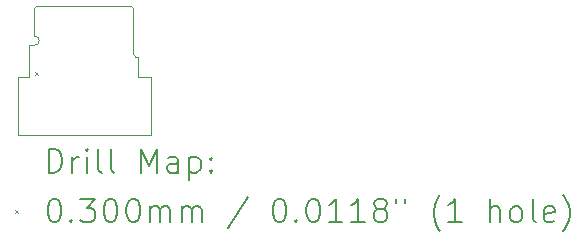
<source format=gbr>
%TF.GenerationSoftware,KiCad,Pcbnew,7.0.11*%
%TF.CreationDate,2025-03-06T21:23:06+09:00*%
%TF.ProjectId,USBC_Board,55534243-5f42-46f6-9172-642e6b696361,rev?*%
%TF.SameCoordinates,Original*%
%TF.FileFunction,Drillmap*%
%TF.FilePolarity,Positive*%
%FSLAX45Y45*%
G04 Gerber Fmt 4.5, Leading zero omitted, Abs format (unit mm)*
G04 Created by KiCad (PCBNEW 7.0.11) date 2025-03-06 21:23:06*
%MOMM*%
%LPD*%
G01*
G04 APERTURE LIST*
%ADD10C,0.050000*%
%ADD11C,0.200000*%
%ADD12C,0.100000*%
G04 APERTURE END LIST*
D10*
X17313750Y-11552500D02*
X17425000Y-11552500D01*
X17425000Y-12050000D02*
X17425000Y-11552500D01*
X16456250Y-10952500D02*
G75*
G03*
X16436250Y-10972500I0J-20000D01*
G01*
X16436250Y-11287500D02*
X16393750Y-11287500D01*
X16436250Y-10972500D02*
X16436250Y-11207500D01*
X16300000Y-11552500D02*
X16300000Y-12050000D01*
X17271250Y-11362500D02*
X17271250Y-10972500D01*
X16393750Y-11287500D02*
X16393750Y-11552500D01*
X17313750Y-11552500D02*
X17313750Y-11382500D01*
X16436250Y-11287500D02*
G75*
G03*
X16436250Y-11207500I0J40000D01*
G01*
X16300000Y-12050000D02*
X17425000Y-12050000D01*
X17271250Y-10972500D02*
G75*
G03*
X17251250Y-10952500I-20000J0D01*
G01*
X17271250Y-11362500D02*
G75*
G03*
X17291250Y-11382500I20000J0D01*
G01*
X17313750Y-11382500D02*
X17291250Y-11382500D01*
X17251250Y-10952500D02*
X16456250Y-10952500D01*
X16393750Y-11552500D02*
X16300000Y-11552500D01*
D11*
D12*
X16440000Y-11510000D02*
X16470000Y-11540000D01*
X16470000Y-11510000D02*
X16440000Y-11540000D01*
D11*
X16558277Y-12363984D02*
X16558277Y-12163984D01*
X16558277Y-12163984D02*
X16605896Y-12163984D01*
X16605896Y-12163984D02*
X16634467Y-12173508D01*
X16634467Y-12173508D02*
X16653515Y-12192555D01*
X16653515Y-12192555D02*
X16663039Y-12211603D01*
X16663039Y-12211603D02*
X16672562Y-12249698D01*
X16672562Y-12249698D02*
X16672562Y-12278269D01*
X16672562Y-12278269D02*
X16663039Y-12316365D01*
X16663039Y-12316365D02*
X16653515Y-12335412D01*
X16653515Y-12335412D02*
X16634467Y-12354460D01*
X16634467Y-12354460D02*
X16605896Y-12363984D01*
X16605896Y-12363984D02*
X16558277Y-12363984D01*
X16758277Y-12363984D02*
X16758277Y-12230650D01*
X16758277Y-12268746D02*
X16767801Y-12249698D01*
X16767801Y-12249698D02*
X16777324Y-12240174D01*
X16777324Y-12240174D02*
X16796372Y-12230650D01*
X16796372Y-12230650D02*
X16815420Y-12230650D01*
X16882086Y-12363984D02*
X16882086Y-12230650D01*
X16882086Y-12163984D02*
X16872563Y-12173508D01*
X16872563Y-12173508D02*
X16882086Y-12183031D01*
X16882086Y-12183031D02*
X16891610Y-12173508D01*
X16891610Y-12173508D02*
X16882086Y-12163984D01*
X16882086Y-12163984D02*
X16882086Y-12183031D01*
X17005896Y-12363984D02*
X16986848Y-12354460D01*
X16986848Y-12354460D02*
X16977324Y-12335412D01*
X16977324Y-12335412D02*
X16977324Y-12163984D01*
X17110658Y-12363984D02*
X17091610Y-12354460D01*
X17091610Y-12354460D02*
X17082086Y-12335412D01*
X17082086Y-12335412D02*
X17082086Y-12163984D01*
X17339229Y-12363984D02*
X17339229Y-12163984D01*
X17339229Y-12163984D02*
X17405896Y-12306841D01*
X17405896Y-12306841D02*
X17472563Y-12163984D01*
X17472563Y-12163984D02*
X17472563Y-12363984D01*
X17653515Y-12363984D02*
X17653515Y-12259222D01*
X17653515Y-12259222D02*
X17643991Y-12240174D01*
X17643991Y-12240174D02*
X17624944Y-12230650D01*
X17624944Y-12230650D02*
X17586848Y-12230650D01*
X17586848Y-12230650D02*
X17567801Y-12240174D01*
X17653515Y-12354460D02*
X17634467Y-12363984D01*
X17634467Y-12363984D02*
X17586848Y-12363984D01*
X17586848Y-12363984D02*
X17567801Y-12354460D01*
X17567801Y-12354460D02*
X17558277Y-12335412D01*
X17558277Y-12335412D02*
X17558277Y-12316365D01*
X17558277Y-12316365D02*
X17567801Y-12297317D01*
X17567801Y-12297317D02*
X17586848Y-12287793D01*
X17586848Y-12287793D02*
X17634467Y-12287793D01*
X17634467Y-12287793D02*
X17653515Y-12278269D01*
X17748753Y-12230650D02*
X17748753Y-12430650D01*
X17748753Y-12240174D02*
X17767801Y-12230650D01*
X17767801Y-12230650D02*
X17805896Y-12230650D01*
X17805896Y-12230650D02*
X17824944Y-12240174D01*
X17824944Y-12240174D02*
X17834467Y-12249698D01*
X17834467Y-12249698D02*
X17843991Y-12268746D01*
X17843991Y-12268746D02*
X17843991Y-12325888D01*
X17843991Y-12325888D02*
X17834467Y-12344936D01*
X17834467Y-12344936D02*
X17824944Y-12354460D01*
X17824944Y-12354460D02*
X17805896Y-12363984D01*
X17805896Y-12363984D02*
X17767801Y-12363984D01*
X17767801Y-12363984D02*
X17748753Y-12354460D01*
X17929705Y-12344936D02*
X17939229Y-12354460D01*
X17939229Y-12354460D02*
X17929705Y-12363984D01*
X17929705Y-12363984D02*
X17920182Y-12354460D01*
X17920182Y-12354460D02*
X17929705Y-12344936D01*
X17929705Y-12344936D02*
X17929705Y-12363984D01*
X17929705Y-12240174D02*
X17939229Y-12249698D01*
X17939229Y-12249698D02*
X17929705Y-12259222D01*
X17929705Y-12259222D02*
X17920182Y-12249698D01*
X17920182Y-12249698D02*
X17929705Y-12240174D01*
X17929705Y-12240174D02*
X17929705Y-12259222D01*
D12*
X16267500Y-12677500D02*
X16297500Y-12707500D01*
X16297500Y-12677500D02*
X16267500Y-12707500D01*
D11*
X16596372Y-12583984D02*
X16615420Y-12583984D01*
X16615420Y-12583984D02*
X16634467Y-12593508D01*
X16634467Y-12593508D02*
X16643991Y-12603031D01*
X16643991Y-12603031D02*
X16653515Y-12622079D01*
X16653515Y-12622079D02*
X16663039Y-12660174D01*
X16663039Y-12660174D02*
X16663039Y-12707793D01*
X16663039Y-12707793D02*
X16653515Y-12745888D01*
X16653515Y-12745888D02*
X16643991Y-12764936D01*
X16643991Y-12764936D02*
X16634467Y-12774460D01*
X16634467Y-12774460D02*
X16615420Y-12783984D01*
X16615420Y-12783984D02*
X16596372Y-12783984D01*
X16596372Y-12783984D02*
X16577324Y-12774460D01*
X16577324Y-12774460D02*
X16567801Y-12764936D01*
X16567801Y-12764936D02*
X16558277Y-12745888D01*
X16558277Y-12745888D02*
X16548753Y-12707793D01*
X16548753Y-12707793D02*
X16548753Y-12660174D01*
X16548753Y-12660174D02*
X16558277Y-12622079D01*
X16558277Y-12622079D02*
X16567801Y-12603031D01*
X16567801Y-12603031D02*
X16577324Y-12593508D01*
X16577324Y-12593508D02*
X16596372Y-12583984D01*
X16748753Y-12764936D02*
X16758277Y-12774460D01*
X16758277Y-12774460D02*
X16748753Y-12783984D01*
X16748753Y-12783984D02*
X16739229Y-12774460D01*
X16739229Y-12774460D02*
X16748753Y-12764936D01*
X16748753Y-12764936D02*
X16748753Y-12783984D01*
X16824944Y-12583984D02*
X16948753Y-12583984D01*
X16948753Y-12583984D02*
X16882086Y-12660174D01*
X16882086Y-12660174D02*
X16910658Y-12660174D01*
X16910658Y-12660174D02*
X16929705Y-12669698D01*
X16929705Y-12669698D02*
X16939229Y-12679222D01*
X16939229Y-12679222D02*
X16948753Y-12698269D01*
X16948753Y-12698269D02*
X16948753Y-12745888D01*
X16948753Y-12745888D02*
X16939229Y-12764936D01*
X16939229Y-12764936D02*
X16929705Y-12774460D01*
X16929705Y-12774460D02*
X16910658Y-12783984D01*
X16910658Y-12783984D02*
X16853515Y-12783984D01*
X16853515Y-12783984D02*
X16834467Y-12774460D01*
X16834467Y-12774460D02*
X16824944Y-12764936D01*
X17072563Y-12583984D02*
X17091610Y-12583984D01*
X17091610Y-12583984D02*
X17110658Y-12593508D01*
X17110658Y-12593508D02*
X17120182Y-12603031D01*
X17120182Y-12603031D02*
X17129705Y-12622079D01*
X17129705Y-12622079D02*
X17139229Y-12660174D01*
X17139229Y-12660174D02*
X17139229Y-12707793D01*
X17139229Y-12707793D02*
X17129705Y-12745888D01*
X17129705Y-12745888D02*
X17120182Y-12764936D01*
X17120182Y-12764936D02*
X17110658Y-12774460D01*
X17110658Y-12774460D02*
X17091610Y-12783984D01*
X17091610Y-12783984D02*
X17072563Y-12783984D01*
X17072563Y-12783984D02*
X17053515Y-12774460D01*
X17053515Y-12774460D02*
X17043991Y-12764936D01*
X17043991Y-12764936D02*
X17034467Y-12745888D01*
X17034467Y-12745888D02*
X17024944Y-12707793D01*
X17024944Y-12707793D02*
X17024944Y-12660174D01*
X17024944Y-12660174D02*
X17034467Y-12622079D01*
X17034467Y-12622079D02*
X17043991Y-12603031D01*
X17043991Y-12603031D02*
X17053515Y-12593508D01*
X17053515Y-12593508D02*
X17072563Y-12583984D01*
X17263039Y-12583984D02*
X17282086Y-12583984D01*
X17282086Y-12583984D02*
X17301134Y-12593508D01*
X17301134Y-12593508D02*
X17310658Y-12603031D01*
X17310658Y-12603031D02*
X17320182Y-12622079D01*
X17320182Y-12622079D02*
X17329705Y-12660174D01*
X17329705Y-12660174D02*
X17329705Y-12707793D01*
X17329705Y-12707793D02*
X17320182Y-12745888D01*
X17320182Y-12745888D02*
X17310658Y-12764936D01*
X17310658Y-12764936D02*
X17301134Y-12774460D01*
X17301134Y-12774460D02*
X17282086Y-12783984D01*
X17282086Y-12783984D02*
X17263039Y-12783984D01*
X17263039Y-12783984D02*
X17243991Y-12774460D01*
X17243991Y-12774460D02*
X17234467Y-12764936D01*
X17234467Y-12764936D02*
X17224944Y-12745888D01*
X17224944Y-12745888D02*
X17215420Y-12707793D01*
X17215420Y-12707793D02*
X17215420Y-12660174D01*
X17215420Y-12660174D02*
X17224944Y-12622079D01*
X17224944Y-12622079D02*
X17234467Y-12603031D01*
X17234467Y-12603031D02*
X17243991Y-12593508D01*
X17243991Y-12593508D02*
X17263039Y-12583984D01*
X17415420Y-12783984D02*
X17415420Y-12650650D01*
X17415420Y-12669698D02*
X17424944Y-12660174D01*
X17424944Y-12660174D02*
X17443991Y-12650650D01*
X17443991Y-12650650D02*
X17472563Y-12650650D01*
X17472563Y-12650650D02*
X17491610Y-12660174D01*
X17491610Y-12660174D02*
X17501134Y-12679222D01*
X17501134Y-12679222D02*
X17501134Y-12783984D01*
X17501134Y-12679222D02*
X17510658Y-12660174D01*
X17510658Y-12660174D02*
X17529705Y-12650650D01*
X17529705Y-12650650D02*
X17558277Y-12650650D01*
X17558277Y-12650650D02*
X17577325Y-12660174D01*
X17577325Y-12660174D02*
X17586848Y-12679222D01*
X17586848Y-12679222D02*
X17586848Y-12783984D01*
X17682086Y-12783984D02*
X17682086Y-12650650D01*
X17682086Y-12669698D02*
X17691610Y-12660174D01*
X17691610Y-12660174D02*
X17710658Y-12650650D01*
X17710658Y-12650650D02*
X17739229Y-12650650D01*
X17739229Y-12650650D02*
X17758277Y-12660174D01*
X17758277Y-12660174D02*
X17767801Y-12679222D01*
X17767801Y-12679222D02*
X17767801Y-12783984D01*
X17767801Y-12679222D02*
X17777325Y-12660174D01*
X17777325Y-12660174D02*
X17796372Y-12650650D01*
X17796372Y-12650650D02*
X17824944Y-12650650D01*
X17824944Y-12650650D02*
X17843991Y-12660174D01*
X17843991Y-12660174D02*
X17853515Y-12679222D01*
X17853515Y-12679222D02*
X17853515Y-12783984D01*
X18243991Y-12574460D02*
X18072563Y-12831603D01*
X18501134Y-12583984D02*
X18520182Y-12583984D01*
X18520182Y-12583984D02*
X18539229Y-12593508D01*
X18539229Y-12593508D02*
X18548753Y-12603031D01*
X18548753Y-12603031D02*
X18558277Y-12622079D01*
X18558277Y-12622079D02*
X18567801Y-12660174D01*
X18567801Y-12660174D02*
X18567801Y-12707793D01*
X18567801Y-12707793D02*
X18558277Y-12745888D01*
X18558277Y-12745888D02*
X18548753Y-12764936D01*
X18548753Y-12764936D02*
X18539229Y-12774460D01*
X18539229Y-12774460D02*
X18520182Y-12783984D01*
X18520182Y-12783984D02*
X18501134Y-12783984D01*
X18501134Y-12783984D02*
X18482087Y-12774460D01*
X18482087Y-12774460D02*
X18472563Y-12764936D01*
X18472563Y-12764936D02*
X18463039Y-12745888D01*
X18463039Y-12745888D02*
X18453515Y-12707793D01*
X18453515Y-12707793D02*
X18453515Y-12660174D01*
X18453515Y-12660174D02*
X18463039Y-12622079D01*
X18463039Y-12622079D02*
X18472563Y-12603031D01*
X18472563Y-12603031D02*
X18482087Y-12593508D01*
X18482087Y-12593508D02*
X18501134Y-12583984D01*
X18653515Y-12764936D02*
X18663039Y-12774460D01*
X18663039Y-12774460D02*
X18653515Y-12783984D01*
X18653515Y-12783984D02*
X18643991Y-12774460D01*
X18643991Y-12774460D02*
X18653515Y-12764936D01*
X18653515Y-12764936D02*
X18653515Y-12783984D01*
X18786848Y-12583984D02*
X18805896Y-12583984D01*
X18805896Y-12583984D02*
X18824944Y-12593508D01*
X18824944Y-12593508D02*
X18834468Y-12603031D01*
X18834468Y-12603031D02*
X18843991Y-12622079D01*
X18843991Y-12622079D02*
X18853515Y-12660174D01*
X18853515Y-12660174D02*
X18853515Y-12707793D01*
X18853515Y-12707793D02*
X18843991Y-12745888D01*
X18843991Y-12745888D02*
X18834468Y-12764936D01*
X18834468Y-12764936D02*
X18824944Y-12774460D01*
X18824944Y-12774460D02*
X18805896Y-12783984D01*
X18805896Y-12783984D02*
X18786848Y-12783984D01*
X18786848Y-12783984D02*
X18767801Y-12774460D01*
X18767801Y-12774460D02*
X18758277Y-12764936D01*
X18758277Y-12764936D02*
X18748753Y-12745888D01*
X18748753Y-12745888D02*
X18739229Y-12707793D01*
X18739229Y-12707793D02*
X18739229Y-12660174D01*
X18739229Y-12660174D02*
X18748753Y-12622079D01*
X18748753Y-12622079D02*
X18758277Y-12603031D01*
X18758277Y-12603031D02*
X18767801Y-12593508D01*
X18767801Y-12593508D02*
X18786848Y-12583984D01*
X19043991Y-12783984D02*
X18929706Y-12783984D01*
X18986848Y-12783984D02*
X18986848Y-12583984D01*
X18986848Y-12583984D02*
X18967801Y-12612555D01*
X18967801Y-12612555D02*
X18948753Y-12631603D01*
X18948753Y-12631603D02*
X18929706Y-12641127D01*
X19234468Y-12783984D02*
X19120182Y-12783984D01*
X19177325Y-12783984D02*
X19177325Y-12583984D01*
X19177325Y-12583984D02*
X19158277Y-12612555D01*
X19158277Y-12612555D02*
X19139229Y-12631603D01*
X19139229Y-12631603D02*
X19120182Y-12641127D01*
X19348753Y-12669698D02*
X19329706Y-12660174D01*
X19329706Y-12660174D02*
X19320182Y-12650650D01*
X19320182Y-12650650D02*
X19310658Y-12631603D01*
X19310658Y-12631603D02*
X19310658Y-12622079D01*
X19310658Y-12622079D02*
X19320182Y-12603031D01*
X19320182Y-12603031D02*
X19329706Y-12593508D01*
X19329706Y-12593508D02*
X19348753Y-12583984D01*
X19348753Y-12583984D02*
X19386849Y-12583984D01*
X19386849Y-12583984D02*
X19405896Y-12593508D01*
X19405896Y-12593508D02*
X19415420Y-12603031D01*
X19415420Y-12603031D02*
X19424944Y-12622079D01*
X19424944Y-12622079D02*
X19424944Y-12631603D01*
X19424944Y-12631603D02*
X19415420Y-12650650D01*
X19415420Y-12650650D02*
X19405896Y-12660174D01*
X19405896Y-12660174D02*
X19386849Y-12669698D01*
X19386849Y-12669698D02*
X19348753Y-12669698D01*
X19348753Y-12669698D02*
X19329706Y-12679222D01*
X19329706Y-12679222D02*
X19320182Y-12688746D01*
X19320182Y-12688746D02*
X19310658Y-12707793D01*
X19310658Y-12707793D02*
X19310658Y-12745888D01*
X19310658Y-12745888D02*
X19320182Y-12764936D01*
X19320182Y-12764936D02*
X19329706Y-12774460D01*
X19329706Y-12774460D02*
X19348753Y-12783984D01*
X19348753Y-12783984D02*
X19386849Y-12783984D01*
X19386849Y-12783984D02*
X19405896Y-12774460D01*
X19405896Y-12774460D02*
X19415420Y-12764936D01*
X19415420Y-12764936D02*
X19424944Y-12745888D01*
X19424944Y-12745888D02*
X19424944Y-12707793D01*
X19424944Y-12707793D02*
X19415420Y-12688746D01*
X19415420Y-12688746D02*
X19405896Y-12679222D01*
X19405896Y-12679222D02*
X19386849Y-12669698D01*
X19501134Y-12583984D02*
X19501134Y-12622079D01*
X19577325Y-12583984D02*
X19577325Y-12622079D01*
X19872563Y-12860174D02*
X19863039Y-12850650D01*
X19863039Y-12850650D02*
X19843991Y-12822079D01*
X19843991Y-12822079D02*
X19834468Y-12803031D01*
X19834468Y-12803031D02*
X19824944Y-12774460D01*
X19824944Y-12774460D02*
X19815420Y-12726841D01*
X19815420Y-12726841D02*
X19815420Y-12688746D01*
X19815420Y-12688746D02*
X19824944Y-12641127D01*
X19824944Y-12641127D02*
X19834468Y-12612555D01*
X19834468Y-12612555D02*
X19843991Y-12593508D01*
X19843991Y-12593508D02*
X19863039Y-12564936D01*
X19863039Y-12564936D02*
X19872563Y-12555412D01*
X20053515Y-12783984D02*
X19939230Y-12783984D01*
X19996372Y-12783984D02*
X19996372Y-12583984D01*
X19996372Y-12583984D02*
X19977325Y-12612555D01*
X19977325Y-12612555D02*
X19958277Y-12631603D01*
X19958277Y-12631603D02*
X19939230Y-12641127D01*
X20291611Y-12783984D02*
X20291611Y-12583984D01*
X20377325Y-12783984D02*
X20377325Y-12679222D01*
X20377325Y-12679222D02*
X20367801Y-12660174D01*
X20367801Y-12660174D02*
X20348753Y-12650650D01*
X20348753Y-12650650D02*
X20320182Y-12650650D01*
X20320182Y-12650650D02*
X20301134Y-12660174D01*
X20301134Y-12660174D02*
X20291611Y-12669698D01*
X20501134Y-12783984D02*
X20482087Y-12774460D01*
X20482087Y-12774460D02*
X20472563Y-12764936D01*
X20472563Y-12764936D02*
X20463039Y-12745888D01*
X20463039Y-12745888D02*
X20463039Y-12688746D01*
X20463039Y-12688746D02*
X20472563Y-12669698D01*
X20472563Y-12669698D02*
X20482087Y-12660174D01*
X20482087Y-12660174D02*
X20501134Y-12650650D01*
X20501134Y-12650650D02*
X20529706Y-12650650D01*
X20529706Y-12650650D02*
X20548753Y-12660174D01*
X20548753Y-12660174D02*
X20558277Y-12669698D01*
X20558277Y-12669698D02*
X20567801Y-12688746D01*
X20567801Y-12688746D02*
X20567801Y-12745888D01*
X20567801Y-12745888D02*
X20558277Y-12764936D01*
X20558277Y-12764936D02*
X20548753Y-12774460D01*
X20548753Y-12774460D02*
X20529706Y-12783984D01*
X20529706Y-12783984D02*
X20501134Y-12783984D01*
X20682087Y-12783984D02*
X20663039Y-12774460D01*
X20663039Y-12774460D02*
X20653515Y-12755412D01*
X20653515Y-12755412D02*
X20653515Y-12583984D01*
X20834468Y-12774460D02*
X20815420Y-12783984D01*
X20815420Y-12783984D02*
X20777325Y-12783984D01*
X20777325Y-12783984D02*
X20758277Y-12774460D01*
X20758277Y-12774460D02*
X20748753Y-12755412D01*
X20748753Y-12755412D02*
X20748753Y-12679222D01*
X20748753Y-12679222D02*
X20758277Y-12660174D01*
X20758277Y-12660174D02*
X20777325Y-12650650D01*
X20777325Y-12650650D02*
X20815420Y-12650650D01*
X20815420Y-12650650D02*
X20834468Y-12660174D01*
X20834468Y-12660174D02*
X20843992Y-12679222D01*
X20843992Y-12679222D02*
X20843992Y-12698269D01*
X20843992Y-12698269D02*
X20748753Y-12717317D01*
X20910658Y-12860174D02*
X20920182Y-12850650D01*
X20920182Y-12850650D02*
X20939230Y-12822079D01*
X20939230Y-12822079D02*
X20948753Y-12803031D01*
X20948753Y-12803031D02*
X20958277Y-12774460D01*
X20958277Y-12774460D02*
X20967801Y-12726841D01*
X20967801Y-12726841D02*
X20967801Y-12688746D01*
X20967801Y-12688746D02*
X20958277Y-12641127D01*
X20958277Y-12641127D02*
X20948753Y-12612555D01*
X20948753Y-12612555D02*
X20939230Y-12593508D01*
X20939230Y-12593508D02*
X20920182Y-12564936D01*
X20920182Y-12564936D02*
X20910658Y-12555412D01*
M02*

</source>
